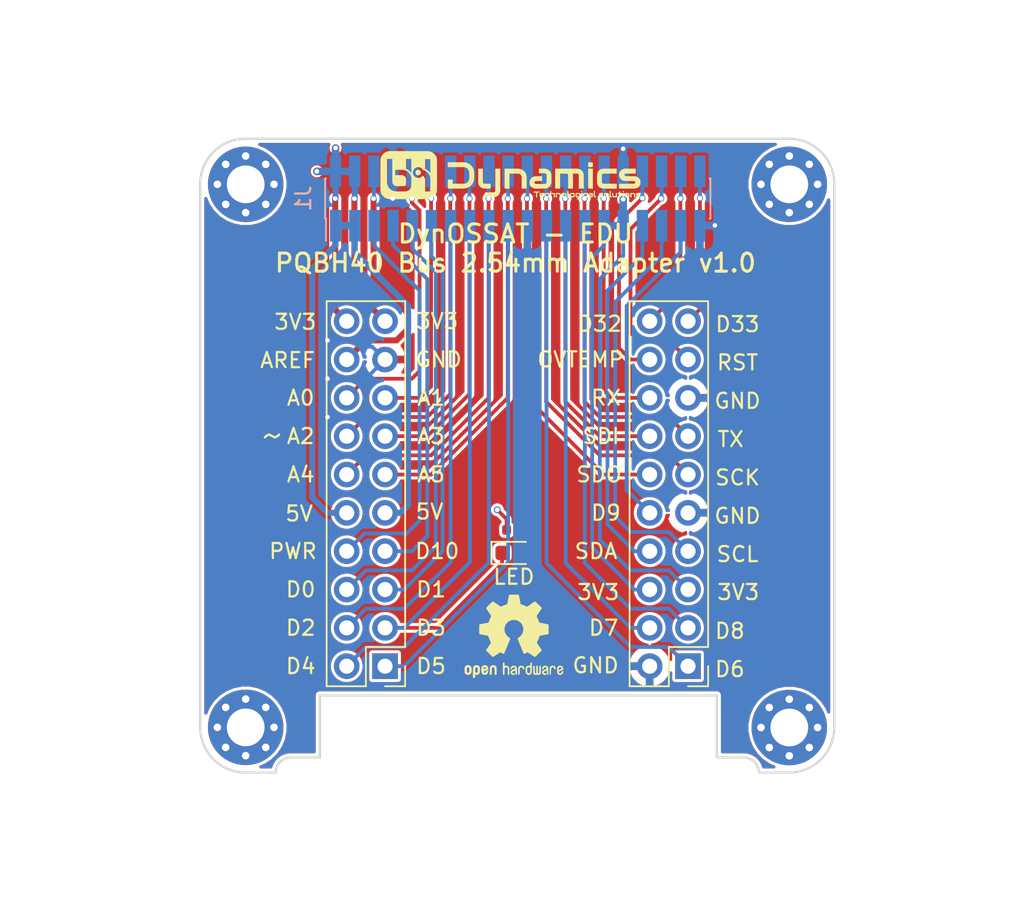
<source format=kicad_pcb>
(kicad_pcb (version 20171130) (host pcbnew "(5.1.6)-1")
  (layers (0 F.Cu signal) (1 In1.Cu signal) (2 In2.Cu signal) (31 B.Cu signal) (34 B.Paste user) (35 F.Paste user) (36 B.SilkS user) (37 F.SilkS user) (38 B.Mask user) (39 F.Mask user) (44 Edge.Cuts user))
  (net 0 "")
  (net 1 /D13)
  (net 2 /AREF)
  (net 3 GND)
  (net 4 /D0)
  (net 5 /A0)
  (net 6 /D1)
  (net 7 /A1)
  (net 8 /D2)
  (net 9 /A2)
  (net 10 /D3)
  (net 11 /A3)
  (net 12 /D4)
  (net 13 /A4)
  (net 14 /D5)
  (net 15 /A5)
  (net 16 /D7)
  (net 17 /SPI_SCK)
  (net 18 /D8)
  (net 19 /D9)
  (net 20 /I2C_SDA)
  (net 21 /OVTEMP)
  (net 22 /I2C_SCL)
  (net 23 /RST)
  (net 24 /D32)
  (net 25 /D33)
  (net 26 /5V)
  (net 27 /3V3)
  (net 28 /D10)
  (net 29 /D6)
  (net 30 /D30_TX)
  (net 31 /D31_RX)
  (net 32 /SPI_SDI)
  (net 33 /SPI_SDO)
  (net 34 "Net-(D1-Pad2)")
  (module Symbol:OSHW-Logo2_7.3x6mm_SilkScreen (layer F.Cu) (at 135.128 114.808)
    (fp_text reference REF** hide)
    (fp_text value OSHW-Logo2_7.3x6mm_SilkScreen hide)
  )
  (module MountingHole:MountingHole_2.5mm_Pad_Via (layer F.Cu) (at 153.366 84.8582)
    (fp_text reference H2 hide)
    (fp_text value MountingHole_Pad)
    (pad 1 thru_hole circle (at 0 0) (size 5 5) (drill 2.5) (layers *.Cu *.Mask))
    (pad 1 thru_hole circle (at 1.875 0) (size 0.8 0.8) (drill 0.5) (layers *.Cu *.Mask))
    (pad 1 thru_hole circle (at 1.325825 1.325825) (size 0.8 0.8) (drill 0.5) (layers *.Cu *.Mask))
    (pad 1 thru_hole circle (at 0 1.875) (size 0.8 0.8) (drill 0.5) (layers *.Cu *.Mask))
    (pad 1 thru_hole circle (at -1.325825 1.325825) (size 0.8 0.8) (drill 0.5) (layers *.Cu *.Mask))
    (pad 1 thru_hole circle (at -1.875 0) (size 0.8 0.8) (drill 0.5) (layers *.Cu *.Mask))
    (pad 1 thru_hole circle (at -1.325825 -1.325825) (size 0.8 0.8) (drill 0.5) (layers *.Cu *.Mask))
    (pad 1 thru_hole circle (at 0 -1.875) (size 0.8 0.8) (drill 0.5) (layers *.Cu *.Mask))
    (pad 1 thru_hole circle (at 1.325825 -1.325825) (size 0.8 0.8) (drill 0.5) (layers *.Cu *.Mask))
  )
  (module MountingHole:MountingHole_2.5mm_Pad_Via (layer F.Cu) (at 153.366 120.8532)
    (fp_text reference H4 hide)
    (fp_text value MountingHole_Pad)
    (pad 1 thru_hole circle (at 0 0) (size 5 5) (drill 2.5) (layers *.Cu *.Mask))
    (pad 1 thru_hole circle (at 1.875 0) (size 0.8 0.8) (drill 0.5) (layers *.Cu *.Mask))
    (pad 1 thru_hole circle (at 1.325825 1.325825) (size 0.8 0.8) (drill 0.5) (layers *.Cu *.Mask))
    (pad 1 thru_hole circle (at 0 1.875) (size 0.8 0.8) (drill 0.5) (layers *.Cu *.Mask))
    (pad 1 thru_hole circle (at -1.325825 1.325825) (size 0.8 0.8) (drill 0.5) (layers *.Cu *.Mask))
    (pad 1 thru_hole circle (at -1.875 0) (size 0.8 0.8) (drill 0.5) (layers *.Cu *.Mask))
    (pad 1 thru_hole circle (at -1.325825 -1.325825) (size 0.8 0.8) (drill 0.5) (layers *.Cu *.Mask))
    (pad 1 thru_hole circle (at 0 -1.875) (size 0.8 0.8) (drill 0.5) (layers *.Cu *.Mask))
    (pad 1 thru_hole circle (at 1.325825 -1.325825) (size 0.8 0.8) (drill 0.5) (layers *.Cu *.Mask))
  )
  (module MountingHole:MountingHole_2.5mm_Pad_Via (layer F.Cu) (at 117.364 120.8432)
    (fp_text reference H3 hide)
    (fp_text value MountingHole_Pad)
    (pad 1 thru_hole circle (at 1.325825 -1.325825) (size 0.8 0.8) (drill 0.5) (layers *.Cu *.Mask))
    (pad 1 thru_hole circle (at 0 -1.875) (size 0.8 0.8) (drill 0.5) (layers *.Cu *.Mask))
    (pad 1 thru_hole circle (at -1.325825 -1.325825) (size 0.8 0.8) (drill 0.5) (layers *.Cu *.Mask))
    (pad 1 thru_hole circle (at -1.875 0) (size 0.8 0.8) (drill 0.5) (layers *.Cu *.Mask))
    (pad 1 thru_hole circle (at -1.325825 1.325825) (size 0.8 0.8) (drill 0.5) (layers *.Cu *.Mask))
    (pad 1 thru_hole circle (at 0 1.875) (size 0.8 0.8) (drill 0.5) (layers *.Cu *.Mask))
    (pad 1 thru_hole circle (at 1.325825 1.325825) (size 0.8 0.8) (drill 0.5) (layers *.Cu *.Mask))
    (pad 1 thru_hole circle (at 1.875 0) (size 0.8 0.8) (drill 0.5) (layers *.Cu *.Mask))
    (pad 1 thru_hole circle (at 0 0) (size 5 5) (drill 2.5) (layers *.Cu *.Mask))
  )
  (module MountingHole:MountingHole_2.5mm_Pad_Via (layer F.Cu) (at 117.364 84.8582)
    (fp_text reference H1 hide)
    (fp_text value MountingHole_Pad)
    (pad 1 thru_hole circle (at 1.325825 -1.325825) (size 0.8 0.8) (drill 0.5) (layers *.Cu *.Mask))
    (pad 1 thru_hole circle (at 0 -1.875) (size 0.8 0.8) (drill 0.5) (layers *.Cu *.Mask))
    (pad 1 thru_hole circle (at -1.325825 -1.325825) (size 0.8 0.8) (drill 0.5) (layers *.Cu *.Mask))
    (pad 1 thru_hole circle (at -1.875 0) (size 0.8 0.8) (drill 0.5) (layers *.Cu *.Mask))
    (pad 1 thru_hole circle (at -1.325825 1.325825) (size 0.8 0.8) (drill 0.5) (layers *.Cu *.Mask))
    (pad 1 thru_hole circle (at 0 1.875) (size 0.8 0.8) (drill 0.5) (layers *.Cu *.Mask))
    (pad 1 thru_hole circle (at 1.325825 1.325825) (size 0.8 0.8) (drill 0.5) (layers *.Cu *.Mask))
    (pad 1 thru_hole circle (at 1.875 0) (size 0.8 0.8) (drill 0.5) (layers *.Cu *.Mask))
    (pad 1 thru_hole circle (at 0 0) (size 5 5) (drill 2.5) (layers *.Cu *.Mask))
  )
  (module DynaSat:Logo_BHDyn (layer F.Cu) (at 134.8994 84.2518)
    (fp_text reference G*** hide)
    (fp_text value LOGO hide)
  )
  (module Connector_PinSocket_1.27mm:PinSocket_2x20_P1.27mm_Vertical_SMD (layer B.Cu) (at 135.382 85.8012 270)
    (fp_text reference J1 (at 0 14.2 270) (layer B.SilkS) (effects (justify mirror)))
    (fp_text value Conn_02x20_Odd_Even)
    (pad 1 smd rect (at 1.8 12.065 270) (size 2.1 0.75) (layers B.Cu B.Paste B.Mask) (net 26 /5V))
    (pad 2 smd rect (at -1.8 12.065 270) (size 2.1 0.75) (layers B.Cu B.Paste B.Mask) (net 27 /3V3))
    (pad 3 smd rect (at 1.8 10.795 270) (size 2.1 0.75) (layers B.Cu B.Paste B.Mask) (net 26 /5V))
    (pad 4 smd rect (at -1.8 10.795 270) (size 2.1 0.75) (layers B.Cu B.Paste B.Mask) (net 27 /3V3))
    (pad 5 smd rect (at 1.8 9.525 270) (size 2.1 0.75) (layers B.Cu B.Paste B.Mask) (net 1 /D13))
    (pad 6 smd rect (at -1.8 9.525 270) (size 2.1 0.75) (layers B.Cu B.Paste B.Mask) (net 2 /AREF))
    (pad 7 smd rect (at 1.8 8.255 270) (size 2.1 0.75) (layers B.Cu B.Paste B.Mask) (net 28 /D10))
    (pad 8 smd rect (at -1.8 8.255 270) (size 2.1 0.75) (layers B.Cu B.Paste B.Mask) (net 3 GND))
    (pad 9 smd rect (at 1.8 6.985 270) (size 2.1 0.75) (layers B.Cu B.Paste B.Mask) (net 4 /D0))
    (pad 10 smd rect (at -1.8 6.985 270) (size 2.1 0.75) (layers B.Cu B.Paste B.Mask) (net 5 /A0))
    (pad 11 smd rect (at 1.8 5.715 270) (size 2.1 0.75) (layers B.Cu B.Paste B.Mask) (net 6 /D1))
    (pad 12 smd rect (at -1.8 5.715 270) (size 2.1 0.75) (layers B.Cu B.Paste B.Mask) (net 7 /A1))
    (pad 13 smd rect (at 1.8 4.445 270) (size 2.1 0.75) (layers B.Cu B.Paste B.Mask) (net 8 /D2))
    (pad 14 smd rect (at -1.8 4.445 270) (size 2.1 0.75) (layers B.Cu B.Paste B.Mask) (net 9 /A2))
    (pad 15 smd rect (at 1.8 3.175 270) (size 2.1 0.75) (layers B.Cu B.Paste B.Mask) (net 10 /D3))
    (pad 16 smd rect (at -1.8 3.175 270) (size 2.1 0.75) (layers B.Cu B.Paste B.Mask) (net 11 /A3))
    (pad 17 smd rect (at 1.8 1.905 270) (size 2.1 0.75) (layers B.Cu B.Paste B.Mask) (net 12 /D4))
    (pad 18 smd rect (at -1.8 1.905 270) (size 2.1 0.75) (layers B.Cu B.Paste B.Mask) (net 13 /A4))
    (pad 19 smd rect (at 1.8 0.635 270) (size 2.1 0.75) (layers B.Cu B.Paste B.Mask) (net 14 /D5))
    (pad 20 smd rect (at -1.8 0.635 270) (size 2.1 0.75) (layers B.Cu B.Paste B.Mask) (net 15 /A5))
    (pad 21 smd rect (at 1.8 -0.635 270) (size 2.1 0.75) (layers B.Cu B.Paste B.Mask) (net 3 GND))
    (pad 22 smd rect (at -1.8 -0.635 270) (size 2.1 0.75) (layers B.Cu B.Paste B.Mask) (net 33 /SPI_SDO))
    (pad 23 smd rect (at 1.8 -1.905 270) (size 2.1 0.75) (layers B.Cu B.Paste B.Mask) (net 29 /D6))
    (pad 24 smd rect (at -1.8 -1.905 270) (size 2.1 0.75) (layers B.Cu B.Paste B.Mask) (net 17 /SPI_SCK))
    (pad 25 smd rect (at 1.8 -3.175 270) (size 2.1 0.75) (layers B.Cu B.Paste B.Mask) (net 16 /D7))
    (pad 26 smd rect (at -1.8 -3.175 270) (size 2.1 0.75) (layers B.Cu B.Paste B.Mask) (net 32 /SPI_SDI))
    (pad 27 smd rect (at 1.8 -4.445 270) (size 2.1 0.75) (layers B.Cu B.Paste B.Mask) (net 18 /D8))
    (pad 28 smd rect (at -1.8 -4.445 270) (size 2.1 0.75) (layers B.Cu B.Paste B.Mask) (net 30 /D30_TX))
    (pad 29 smd rect (at 1.8 -5.715 270) (size 2.1 0.75) (layers B.Cu B.Paste B.Mask) (net 27 /3V3))
    (pad 30 smd rect (at -1.8 -5.715 270) (size 2.1 0.75) (layers B.Cu B.Paste B.Mask) (net 31 /D31_RX))
    (pad 31 smd rect (at 1.8 -6.985 270) (size 2.1 0.75) (layers B.Cu B.Paste B.Mask) (net 27 /3V3))
    (pad 32 smd rect (at -1.8 -6.985 270) (size 2.1 0.75) (layers B.Cu B.Paste B.Mask) (net 3 GND))
    (pad 33 smd rect (at 1.8 -8.255 270) (size 2.1 0.75) (layers B.Cu B.Paste B.Mask) (net 20 /I2C_SDA))
    (pad 34 smd rect (at -1.8 -8.255 270) (size 2.1 0.75) (layers B.Cu B.Paste B.Mask) (net 21 /OVTEMP))
    (pad 35 smd rect (at 1.8 -9.525 270) (size 2.1 0.75) (layers B.Cu B.Paste B.Mask) (net 22 /I2C_SCL))
    (pad 36 smd rect (at -1.8 -9.525 270) (size 2.1 0.75) (layers B.Cu B.Paste B.Mask) (net 23 /RST))
    (pad 37 smd rect (at 1.8 -10.795 270) (size 2.1 0.75) (layers B.Cu B.Paste B.Mask) (net 19 /D9))
    (pad 38 smd rect (at -1.8 -10.795 270) (size 2.1 0.75) (layers B.Cu B.Paste B.Mask) (net 24 /D32))
    (pad 39 smd rect (at 1.8 -12.065 270) (size 2.1 0.75) (layers B.Cu B.Paste B.Mask) (net 3 GND))
    (pad 40 smd rect (at -1.8 -12.065 270) (size 2.1 0.75) (layers B.Cu B.Paste B.Mask) (net 25 /D33))
  )
  (module Connector_PinHeader_2.54mm:PinHeader_2x10_P2.54mm_Vertical (layer F.Cu) (at 126.5936 116.7892 180)
    (fp_text reference J2 hide)
    (fp_text value Conn_02x10_Odd_Even hide)
    (pad 1 thru_hole rect (at 0 0 180) (size 1.7 1.7) (drill 1) (layers *.Cu *.Mask) (net 14 /D5))
    (pad 2 thru_hole oval (at 2.54 0 180) (size 1.7 1.7) (drill 1) (layers *.Cu *.Mask) (net 12 /D4))
    (pad 3 thru_hole oval (at 0 2.54 180) (size 1.7 1.7) (drill 1) (layers *.Cu *.Mask) (net 10 /D3))
    (pad 4 thru_hole oval (at 2.54 2.54 180) (size 1.7 1.7) (drill 1) (layers *.Cu *.Mask) (net 8 /D2))
    (pad 5 thru_hole oval (at 0 5.08 180) (size 1.7 1.7) (drill 1) (layers *.Cu *.Mask) (net 6 /D1))
    (pad 6 thru_hole oval (at 2.54 5.08 180) (size 1.7 1.7) (drill 1) (layers *.Cu *.Mask) (net 4 /D0))
    (pad 7 thru_hole oval (at 0 7.62 180) (size 1.7 1.7) (drill 1) (layers *.Cu *.Mask) (net 28 /D10))
    (pad 8 thru_hole oval (at 2.54 7.62 180) (size 1.7 1.7) (drill 1) (layers *.Cu *.Mask) (net 1 /D13))
    (pad 9 thru_hole oval (at 0 10.16 180) (size 1.7 1.7) (drill 1) (layers *.Cu *.Mask) (net 26 /5V))
    (pad 10 thru_hole oval (at 2.54 10.16 180) (size 1.7 1.7) (drill 1) (layers *.Cu *.Mask) (net 26 /5V))
    (pad 11 thru_hole oval (at 0 12.7 180) (size 1.7 1.7) (drill 1) (layers *.Cu *.Mask) (net 15 /A5))
    (pad 12 thru_hole oval (at 2.54 12.7 180) (size 1.7 1.7) (drill 1) (layers *.Cu *.Mask) (net 13 /A4))
    (pad 13 thru_hole oval (at 0 15.24 180) (size 1.7 1.7) (drill 1) (layers *.Cu *.Mask) (net 11 /A3))
    (pad 14 thru_hole oval (at 2.54 15.24 180) (size 1.7 1.7) (drill 1) (layers *.Cu *.Mask) (net 9 /A2))
    (pad 15 thru_hole oval (at 0 17.78 180) (size 1.7 1.7) (drill 1) (layers *.Cu *.Mask) (net 7 /A1))
    (pad 16 thru_hole oval (at 2.54 17.78 180) (size 1.7 1.7) (drill 1) (layers *.Cu *.Mask) (net 5 /A0))
    (pad 17 thru_hole oval (at 0 20.32 180) (size 1.7 1.7) (drill 1) (layers *.Cu *.Mask) (net 3 GND))
    (pad 18 thru_hole oval (at 2.54 20.32 180) (size 1.7 1.7) (drill 1) (layers *.Cu *.Mask) (net 2 /AREF))
    (pad 19 thru_hole oval (at 0 22.86 180) (size 1.7 1.7) (drill 1) (layers *.Cu *.Mask) (net 27 /3V3))
    (pad 20 thru_hole oval (at 2.54 22.86 180) (size 1.7 1.7) (drill 1) (layers *.Cu *.Mask) (net 27 /3V3))
  )
  (module Connector_PinHeader_2.54mm:PinHeader_2x10_P2.54mm_Vertical (layer F.Cu) (at 146.6596 116.7892 180)
    (fp_text reference J3 hide)
    (fp_text value Conn_02x10_Odd_Even hide)
    (pad 20 thru_hole oval (at 2.54 22.86 180) (size 1.7 1.7) (drill 1) (layers *.Cu *.Mask) (net 24 /D32))
    (pad 19 thru_hole oval (at 0 22.86 180) (size 1.7 1.7) (drill 1) (layers *.Cu *.Mask) (net 25 /D33))
    (pad 18 thru_hole oval (at 2.54 20.32 180) (size 1.7 1.7) (drill 1) (layers *.Cu *.Mask) (net 21 /OVTEMP))
    (pad 17 thru_hole oval (at 0 20.32 180) (size 1.7 1.7) (drill 1) (layers *.Cu *.Mask) (net 23 /RST))
    (pad 16 thru_hole oval (at 2.54 17.78 180) (size 1.7 1.7) (drill 1) (layers *.Cu *.Mask) (net 31 /D31_RX))
    (pad 15 thru_hole oval (at 0 17.78 180) (size 1.7 1.7) (drill 1) (layers *.Cu *.Mask) (net 3 GND))
    (pad 14 thru_hole oval (at 2.54 15.24 180) (size 1.7 1.7) (drill 1) (layers *.Cu *.Mask) (net 32 /SPI_SDI))
    (pad 13 thru_hole oval (at 0 15.24 180) (size 1.7 1.7) (drill 1) (layers *.Cu *.Mask) (net 30 /D30_TX))
    (pad 12 thru_hole oval (at 2.54 12.7 180) (size 1.7 1.7) (drill 1) (layers *.Cu *.Mask) (net 33 /SPI_SDO))
    (pad 11 thru_hole oval (at 0 12.7 180) (size 1.7 1.7) (drill 1) (layers *.Cu *.Mask) (net 17 /SPI_SCK))
    (pad 10 thru_hole oval (at 2.54 10.16 180) (size 1.7 1.7) (drill 1) (layers *.Cu *.Mask) (net 19 /D9))
    (pad 9 thru_hole oval (at 0 10.16 180) (size 1.7 1.7) (drill 1) (layers *.Cu *.Mask) (net 3 GND))
    (pad 8 thru_hole oval (at 2.54 7.62 180) (size 1.7 1.7) (drill 1) (layers *.Cu *.Mask) (net 20 /I2C_SDA))
    (pad 7 thru_hole oval (at 0 7.62 180) (size 1.7 1.7) (drill 1) (layers *.Cu *.Mask) (net 22 /I2C_SCL))
    (pad 6 thru_hole oval (at 2.54 5.08 180) (size 1.7 1.7) (drill 1) (layers *.Cu *.Mask) (net 27 /3V3))
    (pad 5 thru_hole oval (at 0 5.08 180) (size 1.7 1.7) (drill 1) (layers *.Cu *.Mask) (net 27 /3V3))
    (pad 4 thru_hole oval (at 2.54 2.54 180) (size 1.7 1.7) (drill 1) (layers *.Cu *.Mask) (net 16 /D7))
    (pad 3 thru_hole oval (at 0 2.54 180) (size 1.7 1.7) (drill 1) (layers *.Cu *.Mask) (net 18 /D8))
    (pad 2 thru_hole oval (at 2.54 0 180) (size 1.7 1.7) (drill 1) (layers *.Cu *.Mask) (net 3 GND))
    (pad 1 thru_hole rect (at 0 0 180) (size 1.7 1.7) (drill 1) (layers *.Cu *.Mask) (net 29 /D6))
  )
  (module LED_SMD:LED_0603_1608Metric (layer F.Cu) (at 135.128 109.283)
    (fp_text reference D1 hide)
    (fp_text value LED)
    (pad 1 smd roundrect (at -0.7875 0) (size 0.875 0.95) (layers F.Cu F.Paste F.Mask) (net 10 /D3))
    (pad 2 smd roundrect (at 0.7875 0) (size 0.875 0.95) (layers F.Cu F.Paste F.Mask) (net 34 "Net-(D1-Pad2)"))
  )
  (module Resistor_SMD:R_0402_1005Metric (layer F.Cu) (at 135.128 107.759)
    (fp_text reference R1 hide)
    (fp_text value 510R)
    (pad 1 smd roundrect (at -0.485 0) (size 0.59 0.64) (layers F.Cu F.Paste F.Mask) (net 27 /3V3))
    (pad 2 smd roundrect (at 0.485 0) (size 0.59 0.64) (layers F.Cu F.Paste F.Mask) (net 34 "Net-(D1-Pad2)"))
  )
  (gr_text LED (at 135.128 110.871) (layer F.SilkS) (effects (font (size 1 1))))
  (gr_text ~~ (at 119.1514 101.473) (layer F.SilkS) (effects (font (size 2 2))))
  (gr_line (start 122.2756 118.7276) (end 148.5646 118.7276) (layer Edge.Cuts) (width 0.15))
  (gr_line (start 122.2756 118.7276) (end 122.2756 122.8344) (layer Edge.Cuts) (width 0.15))
  (gr_line (start 122.2756 122.8344) (end 120.346255 122.836002) (layer Edge.Cuts) (width 0.15))
  (gr_line (start 148.5646 118.7276) (end 148.5646 122.8344) (layer Edge.Cuts) (width 0.15))
  (gr_line (start 150.348 122.836) (end 148.5646 122.836) (layer Edge.Cuts) (width 0.15))
  (gr_text 3V3 (at 149.987 111.887) (layer F.SilkS) (effects (font (size 1 1))))
  (gr_text 3V3 (at 140.716 111.887) (layer F.SilkS) (effects (font (size 1 1))))
  (gr_text GND (at 140.5382 116.7384) (layer F.SilkS) (effects (font (size 1 1))))
  (gr_text "DynOSSAT - EDU\nPQBH40 Bus 2.54mm Adapter v1.0" (at 135.2296 89.1032) (layer F.SilkS) (effects (font (size 1.2 1.2) (thickness 0.2))))
  (gr_line (start 114.348 84.836) (end 114.348 120.836) (layer Edge.Cuts) (width 0.15))
  (gr_line (start 117.348 123.836) (end 119.348 123.836) (layer Edge.Cuts) (width 0.15))
  (gr_arc (start 117.348 84.836) (end 114.348 84.836) (angle 89.9) (layer Edge.Cuts) (width 0.15))
  (gr_arc (start 150.348 123.836) (end 150.348 122.836) (angle 90) (layer Edge.Cuts) (width 0.15))
  (gr_arc (start 117.348 120.836) (end 117.348 123.836) (angle 90) (layer Edge.Cuts) (width 0.15))
  (gr_arc (start 153.348 84.836) (end 153.348 81.836) (angle 90) (layer Edge.Cuts) (width 0.15))
  (gr_line (start 117.342764 81.836005) (end 153.348 81.836) (layer Edge.Cuts) (width 0.15))
  (gr_line (start 153.348 123.836) (end 151.348 123.836) (layer Edge.Cuts) (width 0.15))
  (gr_arc (start 153.348 120.836) (end 156.348 120.836) (angle 90) (layer Edge.Cuts) (width 0.15))
  (gr_line (start 156.348 84.836) (end 156.348 120.836) (layer Edge.Cuts) (width 0.15))
  (gr_arc (start 120.348 123.836) (end 119.348 123.836) (angle 89.9) (layer Edge.Cuts) (width 0.15))
  (gr_text D4 (at 121.0056 116.7892) (layer F.SilkS) (effects (font (size 1 1))))
  (gr_text D2 (at 121.0056 114.2492) (layer F.SilkS) (effects (font (size 1 1))))
  (gr_text D0 (at 121.0056 111.7092) (layer F.SilkS) (effects (font (size 1 1))))
  (gr_text PWR (at 120.4976 109.1692) (layer F.SilkS) (effects (font (size 1 1))))
  (gr_text 5V (at 120.904 106.68) (layer F.SilkS) (effects (font (size 1 1))))
  (gr_text A4 (at 121.0056 104.0892) (layer F.SilkS) (effects (font (size 1 1))))
  (gr_text A2 (at 121.0056 101.5492) (layer F.SilkS) (effects (font (size 1 1))))
  (gr_text A0 (at 121.0056 99.0092) (layer F.SilkS) (effects (font (size 1 1))))
  (gr_text AREF (at 120.142 96.52) (layer F.SilkS) (effects (font (size 1 1))))
  (gr_text 3V3 (at 120.65 93.98) (layer F.SilkS) (effects (font (size 1 1))))
  (gr_text 3V3 (at 130.048 93.9292) (layer F.SilkS) (effects (font (size 1 1))))
  (gr_text GND (at 130.1496 96.4692) (layer F.SilkS) (effects (font (size 1 1))))
  (gr_text A1 (at 129.6416 99.0092) (layer F.SilkS) (effects (font (size 1 1))))
  (gr_text A3 (at 129.6416 101.5492) (layer F.SilkS) (effects (font (size 1 1))))
  (gr_text A5 (at 129.6416 104.0892) (layer F.SilkS) (effects (font (size 1 1))))
  (gr_text 5V (at 129.54 106.553) (layer F.SilkS) (effects (font (size 1 1))))
  (gr_text D10 (at 130.048 109.1692) (layer F.SilkS) (effects (font (size 1 1))))
  (gr_text D1 (at 129.6416 111.7092) (layer F.SilkS) (effects (font (size 1 1))))
  (gr_text D3 (at 129.6416 114.2492) (layer F.SilkS) (effects (font (size 1 1))))
  (gr_text D5 (at 129.6416 116.7892) (layer F.SilkS) (effects (font (size 1 1))))
  (gr_text D8 (at 149.4282 114.4524) (layer F.SilkS) (effects (font (size 1 1))))
  (gr_text SCL (at 149.9362 109.3724) (layer F.SilkS) (effects (font (size 1 1))))
  (gr_text GND (at 149.9362 106.8324) (layer F.SilkS) (effects (font (size 1 1))))
  (gr_text GND (at 149.9362 99.2124) (layer F.SilkS) (effects (font (size 1 1))))
  (gr_text D6 (at 149.4282 116.9924) (layer F.SilkS) (effects (font (size 1 1))))
  (gr_text D7 (at 141.0716 114.2492) (layer F.SilkS) (effects (font (size 1 1))))
  (gr_text SDA (at 140.5636 109.1692) (layer F.SilkS) (effects (font (size 1 1))))
  (gr_text D9 (at 141.224 106.6292) (layer F.SilkS) (effects (font (size 1 1))))
  (gr_text SDO (at 140.7668 104.0892) (layer F.SilkS) (effects (font (size 1 1))))
  (gr_text SCK (at 149.9362 104.2924) (layer F.SilkS) (effects (font (size 1 1))))
  (gr_text RST (at 149.9362 96.6724) (layer F.SilkS) (effects (font (size 1 1))))
  (gr_text TX (at 149.479 101.7524) (layer F.SilkS) (effects (font (size 1 1))))
  (gr_text SDI (at 140.8938 101.5492) (layer F.SilkS) (effects (font (size 1 1))))
  (gr_text RX (at 141.224 99.0092) (layer F.SilkS) (effects (font (size 1 1))))
  (gr_text D33 (at 149.9362 94.1324) (layer F.SilkS) (effects (font (size 1 1))))
  (gr_text D32 (at 140.8176 94.107) (layer F.SilkS) (effects (font (size 1 1))))
  (gr_text OVTEMP (at 139.5476 96.4692) (layer F.SilkS) (effects (font (size 1 1))))
  (segment (start 125.857 88.9012) (end 128.345 91.3892) (width 0.25) (layer B.Cu) (net 1))
  (segment (start 125.857 87.6012) (end 125.857 88.9012) (width 0.25) (layer B.Cu) (net 1))
  (segment (start 128.345 91.3892) (end 128.3716 91.3892) (width 0.25) (layer B.Cu) (net 1))
  (segment (start 128.3716 91.3892) (end 128.8796 91.8972) (width 0.25) (layer B.Cu) (net 1))
  (segment (start 128.8796 91.8972) (end 128.8796 107.1372) (width 0.25) (layer B.Cu) (net 1))
  (segment (start 124.903599 108.319201) (end 124.0536 109.1692) (width 0.25) (layer B.Cu) (net 1))
  (segment (start 125.228601 107.994199) (end 124.903599 108.319201) (width 0.25) (layer B.Cu) (net 1))
  (segment (start 128.022601 107.994199) (end 125.228601 107.994199) (width 0.25) (layer B.Cu) (net 1))
  (segment (start 128.8796 107.1372) (end 128.022601 107.994199) (width 0.25) (layer B.Cu) (net 1))
  (segment (start 125.857 84.0012) (end 125.857 85.7758) (width 0.25) (layer B.Cu) (net 2))
  (via (at 125.8316 85.8012) (size 0.4) (drill 0.3) (layers F.Cu B.Cu) (net 2))
  (segment (start 125.857 85.7758) (end 125.8316 85.8012) (width 0.25) (layer B.Cu) (net 2))
  (segment (start 125.8316 91.1352) (end 125.8316 85.8012) (width 0.4) (layer F.Cu) (net 2))
  (segment (start 125.3236 95.1992) (end 127.3556 95.1992) (width 0.4) (layer F.Cu) (net 2))
  (segment (start 124.0536 96.4692) (end 125.3236 95.1992) (width 0.4) (layer F.Cu) (net 2))
  (segment (start 127.3556 95.1992) (end 128.1176 94.4372) (width 0.4) (layer F.Cu) (net 2))
  (segment (start 128.1176 94.4372) (end 128.1176 93.4212) (width 0.4) (layer F.Cu) (net 2))
  (segment (start 128.1176 93.4212) (end 125.8316 91.1352) (width 0.4) (layer F.Cu) (net 2))
  (segment (start 136.017 87.7512) (end 136.017 87.751192) (width 0.2) (layer B.Cu) (net 3))
  (via (at 122.7836 95.1992) (size 0.4) (drill 0.3) (layers F.Cu B.Cu) (net 3))
  (via (at 122.7836 97.7392) (size 0.4) (drill 0.3) (layers F.Cu B.Cu) (net 3))
  (via (at 122.7836 100.2792) (size 0.4) (drill 0.3) (layers F.Cu B.Cu) (net 3))
  (via (at 148.4376 87.5792) (size 0.4) (drill 0.3) (layers F.Cu B.Cu) (net 3))
  (segment (start 147.447 87.6012) (end 148.4156 87.6012) (width 0.2) (layer B.Cu) (net 3))
  (segment (start 148.4156 87.6012) (end 148.4376 87.5792) (width 0.2) (layer B.Cu) (net 3))
  (via (at 127.1016 85.8012) (size 0.4) (drill 0.3) (layers F.Cu B.Cu) (net 3))
  (segment (start 127.127 84.0012) (end 127.127 85.7758) (width 0.25) (layer B.Cu) (net 3))
  (segment (start 127.127 85.7758) (end 127.1016 85.8012) (width 0.25) (layer B.Cu) (net 3))
  (segment (start 123.066442 95.1992) (end 122.7836 95.1992) (width 0.25) (layer B.Cu) (net 3))
  (segment (start 124.522602 95.1992) (end 123.066442 95.1992) (width 0.25) (layer B.Cu) (net 3))
  (segment (start 124.942603 95.619201) (end 124.522602 95.1992) (width 0.25) (layer B.Cu) (net 3))
  (segment (start 125.743601 95.619201) (end 124.942603 95.619201) (width 0.25) (layer B.Cu) (net 3))
  (segment (start 126.5936 96.4692) (end 125.743601 95.619201) (width 0.25) (layer B.Cu) (net 3))
  (segment (start 125.3236 97.7392) (end 126.5936 96.4692) (width 0.25) (layer B.Cu) (net 3))
  (segment (start 122.7836 97.7392) (end 125.3236 97.7392) (width 0.25) (layer B.Cu) (net 3))
  (via (at 142.367 82.4992) (size 0.4) (drill 0.3) (layers F.Cu B.Cu) (net 3))
  (segment (start 142.367 84.0012) (end 142.367 82.4992) (width 0.2) (layer B.Cu) (net 3))
  (segment (start 136.017 88.9012) (end 136.017 87.6012) (width 0.25) (layer B.Cu) (net 3))
  (segment (start 136.017 109.922641) (end 136.017 88.9012) (width 0.25) (layer B.Cu) (net 3))
  (segment (start 144.1196 116.7892) (end 142.883559 116.7892) (width 0.25) (layer B.Cu) (net 3))
  (segment (start 142.883559 116.7892) (end 136.017 109.922641) (width 0.25) (layer B.Cu) (net 3))
  (segment (start 128.397 89.1286) (end 128.397 87.6012) (width 0.25) (layer B.Cu) (net 4))
  (segment (start 125.3236 110.4392) (end 128.3716 110.4392) (width 0.25) (layer B.Cu) (net 4))
  (segment (start 124.0536 111.7092) (end 125.3236 110.4392) (width 0.25) (layer B.Cu) (net 4))
  (segment (start 128.3716 110.4392) (end 129.95359 108.85721) (width 0.25) (layer B.Cu) (net 4))
  (segment (start 129.95359 90.68519) (end 128.397 89.1286) (width 0.25) (layer B.Cu) (net 4))
  (segment (start 129.95359 108.85721) (end 129.95359 90.68519) (width 0.25) (layer B.Cu) (net 4))
  (via (at 128.3716 85.8012) (size 0.4) (drill 0.3) (layers F.Cu B.Cu) (net 5))
  (segment (start 128.397 84.0012) (end 128.397 85.7758) (width 0.25) (layer B.Cu) (net 5))
  (segment (start 128.397 85.7758) (end 128.3716 85.8012) (width 0.25) (layer B.Cu) (net 5))
  (segment (start 125.3236 97.7392) (end 128.3716 97.7392) (width 0.25) (layer F.Cu) (net 5))
  (segment (start 128.3716 86.084042) (end 128.3716 85.8012) (width 0.25) (layer F.Cu) (net 5))
  (segment (start 124.0536 99.0092) (end 125.3236 97.7392) (width 0.25) (layer F.Cu) (net 5))
  (segment (start 128.8796 86.592042) (end 128.3716 86.084042) (width 0.25) (layer F.Cu) (net 5))
  (segment (start 128.3716 97.7392) (end 128.8796 97.2312) (width 0.25) (layer F.Cu) (net 5))
  (segment (start 128.8796 97.2312) (end 128.8796 86.592042) (width 0.25) (layer F.Cu) (net 5))
  (segment (start 129.667 89.6366) (end 129.667 87.6012) (width 0.25) (layer B.Cu) (net 6))
  (segment (start 130.4036 90.3732) (end 129.667 89.6366) (width 0.25) (layer B.Cu) (net 6))
  (segment (start 130.4036 109.1692) (end 130.4036 90.3732) (width 0.25) (layer B.Cu) (net 6))
  (segment (start 126.5936 111.7092) (end 127.8636 111.7092) (width 0.25) (layer B.Cu) (net 6))
  (segment (start 127.8636 111.7092) (end 130.4036 109.1692) (width 0.25) (layer B.Cu) (net 6))
  (via (at 129.6416 85.8012) (size 0.4) (drill 0.3) (layers F.Cu B.Cu) (net 7))
  (segment (start 129.6416 84.0266) (end 129.667 84.0012) (width 0.25) (layer B.Cu) (net 7))
  (segment (start 129.6416 85.8012) (end 129.6416 84.0266) (width 0.25) (layer B.Cu) (net 7))
  (segment (start 129.6416 98.2472) (end 129.6416 85.8012) (width 0.25) (layer F.Cu) (net 7))
  (segment (start 126.5936 99.0092) (end 128.8796 99.0092) (width 0.25) (layer F.Cu) (net 7))
  (segment (start 128.8796 99.0092) (end 129.6416 98.2472) (width 0.25) (layer F.Cu) (net 7))
  (segment (start 125.3236 112.9792) (end 124.0536 114.2492) (width 0.25) (layer B.Cu) (net 8))
  (segment (start 127.8636 112.9792) (end 125.3236 112.9792) (width 0.25) (layer B.Cu) (net 8))
  (segment (start 130.937 87.6012) (end 130.937 109.9058) (width 0.25) (layer B.Cu) (net 8))
  (segment (start 130.937 109.9058) (end 127.8636 112.9792) (width 0.25) (layer B.Cu) (net 8))
  (via (at 130.9116 85.8012) (size 0.4) (drill 0.3) (layers F.Cu B.Cu) (net 9))
  (segment (start 130.937 84.0012) (end 130.937 85.7758) (width 0.25) (layer B.Cu) (net 9))
  (segment (start 130.937 85.7758) (end 130.9116 85.8012) (width 0.25) (layer B.Cu) (net 9))
  (segment (start 125.3236 100.2792) (end 124.903599 100.699201) (width 0.25) (layer F.Cu) (net 9))
  (segment (start 129.3876 100.2792) (end 125.3236 100.2792) (width 0.25) (layer F.Cu) (net 9))
  (segment (start 124.903599 100.699201) (end 124.0536 101.5492) (width 0.25) (layer F.Cu) (net 9))
  (segment (start 130.9116 85.8012) (end 130.9116 98.7552) (width 0.25) (layer F.Cu) (net 9))
  (segment (start 130.9116 98.7552) (end 129.3876 100.2792) (width 0.25) (layer F.Cu) (net 9))
  (segment (start 132.207 109.9058) (end 132.207 87.6012) (width 0.25) (layer B.Cu) (net 10))
  (segment (start 126.5936 114.2492) (end 127.8636 114.2492) (width 0.25) (layer B.Cu) (net 10))
  (segment (start 127.8636 114.2492) (end 132.207 109.9058) (width 0.25) (layer B.Cu) (net 10))
  (segment (start 134.2267 109.1692) (end 134.3405 109.283) (width 0.25) (layer F.Cu) (net 10))
  (segment (start 134.3405 110.0075) (end 134.3405 109.283) (width 0.25) (layer F.Cu) (net 10))
  (segment (start 126.5936 114.2492) (end 130.0988 114.2492) (width 0.25) (layer F.Cu) (net 10))
  (segment (start 130.0988 114.2492) (end 134.3405 110.0075) (width 0.25) (layer F.Cu) (net 10))
  (segment (start 126.5936 101.5492) (end 129.3876 101.5492) (width 0.25) (layer F.Cu) (net 11))
  (via (at 132.1816 85.8012) (size 0.4) (drill 0.3) (layers F.Cu B.Cu) (net 11))
  (segment (start 129.3876 101.5492) (end 132.1816 98.7552) (width 0.25) (layer F.Cu) (net 11))
  (segment (start 132.1816 98.7552) (end 132.1816 85.8012) (width 0.25) (layer F.Cu) (net 11))
  (segment (start 132.1816 84.0266) (end 132.207 84.0012) (width 0.25) (layer B.Cu) (net 11))
  (segment (start 132.1816 85.8012) (end 132.1816 84.0266) (width 0.25) (layer B.Cu) (net 11))
  (segment (start 127.8636 115.5192) (end 133.477 109.9058) (width 0.25) (layer B.Cu) (net 12))
  (segment (start 124.0536 116.7892) (end 125.3236 115.5192) (width 0.25) (layer B.Cu) (net 12))
  (segment (start 133.477 109.9058) (end 133.477 87.6012) (width 0.25) (layer B.Cu) (net 12))
  (segment (start 125.3236 115.5192) (end 127.8636 115.5192) (width 0.25) (layer B.Cu) (net 12))
  (via (at 133.4516 85.8012) (size 0.4) (drill 0.3) (layers F.Cu B.Cu) (net 13))
  (segment (start 133.4516 84.0266) (end 133.477 84.0012) (width 0.25) (layer B.Cu) (net 13))
  (segment (start 133.4516 85.8012) (end 133.4516 84.0266) (width 0.25) (layer B.Cu) (net 13))
  (segment (start 133.4516 99.0092) (end 133.4516 85.8012) (width 0.25) (layer F.Cu) (net 13))
  (segment (start 129.6416 102.8192) (end 133.4516 99.0092) (width 0.25) (layer F.Cu) (net 13))
  (segment (start 124.0536 104.0892) (end 125.3236 102.8192) (width 0.25) (layer F.Cu) (net 13))
  (segment (start 125.3236 102.8192) (end 129.6416 102.8192) (width 0.25) (layer F.Cu) (net 13))
  (segment (start 134.747 87.6012) (end 134.747 87.7512) (width 0.2) (layer B.Cu) (net 14))
  (segment (start 134.747 87.6012) (end 134.747 109.9058) (width 0.25) (layer B.Cu) (net 14))
  (segment (start 127.8636 116.7892) (end 126.5936 116.7892) (width 0.25) (layer B.Cu) (net 14))
  (segment (start 134.747 109.9058) (end 127.8636 116.7892) (width 0.25) (layer B.Cu) (net 14))
  (via (at 134.7216 85.8012) (size 0.4) (drill 0.3) (layers F.Cu B.Cu) (net 15))
  (segment (start 134.747 84.0012) (end 134.747 85.7758) (width 0.25) (layer B.Cu) (net 15))
  (segment (start 134.747 85.7758) (end 134.7216 85.8012) (width 0.25) (layer B.Cu) (net 15))
  (segment (start 134.7216 85.8012) (end 134.7216 99.0092) (width 0.25) (layer F.Cu) (net 15))
  (segment (start 129.6416 104.0892) (end 126.5936 104.0892) (width 0.25) (layer F.Cu) (net 15))
  (segment (start 134.7216 99.0092) (end 129.6416 104.0892) (width 0.25) (layer F.Cu) (net 15))
  (via (at 135.9916 85.8012) (size 0.4) (drill 0.3) (layers F.Cu B.Cu) (net 33))
  (segment (start 136.017 84.0012) (end 136.017 85.7758) (width 0.25) (layer B.Cu) (net 33))
  (segment (start 136.017 85.7758) (end 135.9916 85.8012) (width 0.25) (layer B.Cu) (net 33))
  (segment (start 135.9916 85.8012) (end 135.9916 99.0092) (width 0.25) (layer F.Cu) (net 33))
  (segment (start 141.0716 104.0892) (end 144.1196 104.0892) (width 0.25) (layer F.Cu) (net 33))
  (segment (start 135.9916 99.0092) (end 141.0716 104.0892) (width 0.25) (layer F.Cu) (net 33))
  (segment (start 142.8496 114.2492) (end 144.1196 114.2492) (width 0.25) (layer B.Cu) (net 16))
  (segment (start 138.557 87.6012) (end 138.557 109.9566) (width 0.25) (layer B.Cu) (net 16))
  (segment (start 138.557 109.9566) (end 142.8496 114.2492) (width 0.25) (layer B.Cu) (net 16))
  (via (at 137.2616 85.8012) (size 0.4) (drill 0.3) (layers F.Cu B.Cu) (net 17))
  (segment (start 137.287 84.0012) (end 137.287 85.7758) (width 0.25) (layer B.Cu) (net 17))
  (segment (start 137.287 85.7758) (end 137.2616 85.8012) (width 0.25) (layer B.Cu) (net 17))
  (segment (start 137.2616 99.2632) (end 137.2616 85.8012) (width 0.25) (layer F.Cu) (net 17))
  (segment (start 140.8176 102.8192) (end 137.2616 99.2632) (width 0.25) (layer F.Cu) (net 17))
  (segment (start 146.6596 104.0892) (end 145.3896 102.8192) (width 0.25) (layer F.Cu) (net 17))
  (segment (start 145.3896 102.8192) (end 140.8176 102.8192) (width 0.25) (layer F.Cu) (net 17))
  (segment (start 145.809601 113.399201) (end 146.6596 114.2492) (width 0.25) (layer B.Cu) (net 18))
  (segment (start 145.3896 112.9792) (end 145.809601 113.399201) (width 0.25) (layer B.Cu) (net 18))
  (segment (start 142.8496 112.9792) (end 145.3896 112.9792) (width 0.25) (layer B.Cu) (net 18))
  (segment (start 139.827 87.6012) (end 139.827 109.9566) (width 0.25) (layer B.Cu) (net 18))
  (segment (start 139.827 109.9566) (end 142.8496 112.9792) (width 0.25) (layer B.Cu) (net 18))
  (segment (start 138.557 84.0012) (end 138.557 85.7758) (width 0.25) (layer B.Cu) (net 32))
  (via (at 138.5316 85.8012) (size 0.4) (drill 0.3) (layers F.Cu B.Cu) (net 32))
  (segment (start 138.557 85.7758) (end 138.5316 85.8012) (width 0.25) (layer B.Cu) (net 32))
  (segment (start 140.8176 101.5492) (end 144.1196 101.5492) (width 0.25) (layer F.Cu) (net 32))
  (segment (start 138.5316 85.8012) (end 138.5316 99.2632) (width 0.25) (layer F.Cu) (net 32))
  (segment (start 138.5316 99.2632) (end 140.8176 101.5492) (width 0.25) (layer F.Cu) (net 32))
  (segment (start 142.5956 92.9132) (end 146.177 89.3318) (width 0.25) (layer B.Cu) (net 19))
  (segment (start 144.1196 106.6292) (end 142.5956 105.1052) (width 0.25) (layer B.Cu) (net 19))
  (segment (start 146.177 89.3318) (end 146.177 87.6012) (width 0.25) (layer B.Cu) (net 19))
  (segment (start 142.5956 105.1052) (end 142.5956 92.9132) (width 0.25) (layer B.Cu) (net 19))
  (segment (start 143.637 87.6012) (end 143.637 87.7512) (width 0.5) (layer B.Cu) (net 20))
  (segment (start 141.3256 107.3912) (end 143.1036 109.1692) (width 0.25) (layer B.Cu) (net 20))
  (segment (start 141.3256 91.8972) (end 141.3256 107.3912) (width 0.25) (layer B.Cu) (net 20))
  (segment (start 143.637 87.6012) (end 143.637 89.5858) (width 0.25) (layer B.Cu) (net 20))
  (segment (start 143.1036 109.1692) (end 144.1196 109.1692) (width 0.25) (layer B.Cu) (net 20))
  (segment (start 143.637 89.5858) (end 141.3256 91.8972) (width 0.25) (layer B.Cu) (net 20))
  (segment (start 143.637 84.0012) (end 143.637 85.7758) (width 0.25) (layer B.Cu) (net 21))
  (via (at 143.637 85.7758) (size 0.4) (drill 0.3) (layers F.Cu B.Cu) (net 21))
  (segment (start 142.8496 96.4692) (end 144.1196 96.4692) (width 0.25) (layer F.Cu) (net 21))
  (segment (start 142.0876 95.7072) (end 142.8496 96.4692) (width 0.25) (layer F.Cu) (net 21))
  (segment (start 143.637 85.7758) (end 142.0876 87.3252) (width 0.25) (layer F.Cu) (net 21))
  (segment (start 142.0876 87.3252) (end 142.0876 95.7072) (width 0.25) (layer F.Cu) (net 21))
  (segment (start 141.8336 106.8662) (end 141.8506 106.8832) (width 0.25) (layer B.Cu) (net 22))
  (segment (start 141.8336 92.6592) (end 141.8336 106.8662) (width 0.25) (layer B.Cu) (net 22))
  (segment (start 144.907 87.6012) (end 144.907 89.5858) (width 0.25) (layer B.Cu) (net 22))
  (segment (start 144.907 89.5858) (end 141.8336 92.6592) (width 0.25) (layer B.Cu) (net 22))
  (segment (start 142.8666 107.8992) (end 141.8506 106.8832) (width 0.25) (layer B.Cu) (net 22))
  (segment (start 146.6596 109.1692) (end 145.3896 107.8992) (width 0.25) (layer B.Cu) (net 22))
  (segment (start 145.3896 107.8992) (end 142.8666 107.8992) (width 0.25) (layer B.Cu) (net 22))
  (via (at 144.8816 85.8012) (size 0.4) (drill 0.3) (layers F.Cu B.Cu) (net 23))
  (segment (start 144.907 84.0012) (end 144.907 85.7758) (width 0.25) (layer B.Cu) (net 23))
  (segment (start 144.907 85.7758) (end 144.8816 85.8012) (width 0.25) (layer B.Cu) (net 23))
  (segment (start 145.809601 95.619201) (end 146.6596 96.4692) (width 0.25) (layer F.Cu) (net 23))
  (segment (start 142.8496 87.8332) (end 142.8496 94.6912) (width 0.25) (layer F.Cu) (net 23))
  (segment (start 144.8816 85.8012) (end 142.8496 87.8332) (width 0.25) (layer F.Cu) (net 23))
  (segment (start 142.8496 94.6912) (end 143.3576 95.1992) (width 0.25) (layer F.Cu) (net 23))
  (segment (start 145.3896 95.1992) (end 145.809601 95.619201) (width 0.25) (layer F.Cu) (net 23))
  (segment (start 143.3576 95.1992) (end 145.3896 95.1992) (width 0.25) (layer F.Cu) (net 23))
  (via (at 146.1516 85.8012) (size 0.4) (drill 0.3) (layers F.Cu B.Cu) (net 24))
  (segment (start 146.177 84.0012) (end 146.177 85.7758) (width 0.25) (layer B.Cu) (net 24))
  (segment (start 146.177 85.7758) (end 146.1516 85.8012) (width 0.25) (layer B.Cu) (net 24))
  (segment (start 146.1516 91.8972) (end 144.1196 93.9292) (width 0.25) (layer F.Cu) (net 24))
  (segment (start 146.1516 85.8012) (end 146.1516 91.8972) (width 0.25) (layer F.Cu) (net 24))
  (segment (start 147.447 84.0012) (end 147.447 85.7758) (width 0.25) (layer B.Cu) (net 25))
  (via (at 147.447 85.7758) (size 0.4) (drill 0.3) (layers F.Cu B.Cu) (net 25))
  (segment (start 147.447 93.1418) (end 146.6596 93.9292) (width 0.25) (layer F.Cu) (net 25))
  (segment (start 147.447 85.7758) (end 147.447 93.1418) (width 0.25) (layer F.Cu) (net 25))
  (segment (start 121.7676 105.6132) (end 122.7836 106.6292) (width 0.4) (layer B.Cu) (net 26))
  (segment (start 122.7836 106.6292) (end 124.0536 106.6292) (width 0.4) (layer B.Cu) (net 26))
  (segment (start 121.7676 90.4506) (end 121.7676 105.6132) (width 0.4) (layer B.Cu) (net 26))
  (segment (start 123.317 87.6012) (end 123.317 88.9012) (width 0.4) (layer B.Cu) (net 26))
  (segment (start 123.317 88.9012) (end 121.7676 90.4506) (width 0.4) (layer B.Cu) (net 26))
  (segment (start 124.587 88.9012) (end 124.587 87.6012) (width 0.4) (layer B.Cu) (net 26))
  (segment (start 127.6096 106.6292) (end 128.1176 106.1212) (width 0.4) (layer B.Cu) (net 26))
  (segment (start 126.5936 106.6292) (end 127.6096 106.6292) (width 0.4) (layer B.Cu) (net 26))
  (segment (start 128.1176 92.9132) (end 124.587 89.3826) (width 0.4) (layer B.Cu) (net 26))
  (segment (start 128.1176 106.1212) (end 128.1176 92.9132) (width 0.4) (layer B.Cu) (net 26))
  (segment (start 124.587 89.3826) (end 124.587 88.9012) (width 0.4) (layer B.Cu) (net 26))
  (segment (start 123.317 87.6012) (end 124.587 87.6012) (width 0.5) (layer B.Cu) (net 26))
  (via (at 123.2916 85.8012) (size 0.4) (drill 0.3) (layers F.Cu B.Cu) (net 27))
  (segment (start 123.317 84.0012) (end 123.317 85.7758) (width 0.4) (layer B.Cu) (net 27))
  (segment (start 123.317 85.7758) (end 123.2916 85.8012) (width 0.25) (layer B.Cu) (net 27))
  (segment (start 123.2916 93.1672) (end 124.0536 93.9292) (width 0.4) (layer F.Cu) (net 27))
  (segment (start 123.2916 85.8012) (end 123.2916 93.1672) (width 0.4) (layer F.Cu) (net 27))
  (segment (start 140.3096 108.9152) (end 143.1036 111.7092) (width 0.25) (layer B.Cu) (net 27))
  (segment (start 141.097 87.6012) (end 141.097 88.9012) (width 0.25) (layer B.Cu) (net 27))
  (segment (start 143.1036 111.7092) (end 144.1196 111.7092) (width 0.25) (layer B.Cu) (net 27))
  (segment (start 141.097 88.9012) (end 140.3096 89.6886) (width 0.25) (layer B.Cu) (net 27))
  (segment (start 140.3096 89.6886) (end 140.3096 108.9152) (width 0.25) (layer B.Cu) (net 27))
  (segment (start 145.809601 110.859201) (end 146.6596 111.7092) (width 0.25) (layer B.Cu) (net 27))
  (segment (start 145.3896 110.4392) (end 145.809601 110.859201) (width 0.25) (layer B.Cu) (net 27))
  (segment (start 142.367 89.5858) (end 140.8176 91.1352) (width 0.25) (layer B.Cu) (net 27))
  (segment (start 142.367 87.6012) (end 142.367 89.5858) (width 0.25) (layer B.Cu) (net 27))
  (segment (start 140.8176 91.1352) (end 140.8176 108.4072) (width 0.25) (layer B.Cu) (net 27))
  (segment (start 142.8496 110.4392) (end 145.3896 110.4392) (width 0.25) (layer B.Cu) (net 27))
  (segment (start 140.8176 108.4072) (end 142.8496 110.4392) (width 0.25) (layer B.Cu) (net 27))
  (segment (start 141.097 87.6012) (end 142.367 87.6012) (width 0.5) (layer B.Cu) (net 27))
  (via (at 142.367 85.852) (size 0.4) (drill 0.3) (layers F.Cu B.Cu) (net 27))
  (segment (start 142.367 87.6012) (end 142.367 85.852) (width 0.5) (layer B.Cu) (net 27))
  (via (at 122.0724 83.9978) (size 0.4) (drill 0.3) (layers F.Cu B.Cu) (net 27))
  (segment (start 123.317 84.0012) (end 122.0758 84.0012) (width 0.5) (layer B.Cu) (net 27))
  (segment (start 122.0758 84.0012) (end 122.0724 83.9978) (width 0.5) (layer B.Cu) (net 27))
  (via (at 123.317 82.4484) (size 0.4) (drill 0.3) (layers F.Cu B.Cu) (net 27))
  (segment (start 123.317 84.0012) (end 123.317 82.4484) (width 0.5) (layer B.Cu) (net 27))
  (via (at 124.5616 85.8012) (size 0.4) (drill 0.3) (layers F.Cu B.Cu) (net 27))
  (segment (start 124.587 85.7758) (end 124.5616 85.8012) (width 0.25) (layer B.Cu) (net 27))
  (segment (start 124.5616 91.8972) (end 126.5936 93.9292) (width 0.4) (layer F.Cu) (net 27))
  (segment (start 124.5616 85.8012) (end 124.5616 91.8972) (width 0.4) (layer F.Cu) (net 27))
  (segment (start 124.587 84.0012) (end 124.587 85.7758) (width 0.4) (layer B.Cu) (net 27))
  (via (at 134.027 106.426) (size 0.45) (drill 0.3) (layers F.Cu B.Cu) (net 27))
  (segment (start 134.643 107.759) (end 134.643 107.042) (width 0.25) (layer F.Cu) (net 27))
  (segment (start 134.643 107.042) (end 134.027 106.426) (width 0.25) (layer F.Cu) (net 27))
  (segment (start 123.317 84.0012) (end 124.587 84.0012) (width 0.5) (layer B.Cu) (net 27))
  (segment (start 129.3876 91.1352) (end 127.127 88.8746) (width 0.25) (layer B.Cu) (net 28))
  (segment (start 129.3876 108.1532) (end 129.3876 91.1352) (width 0.25) (layer B.Cu) (net 28))
  (segment (start 126.5936 109.1692) (end 128.3716 109.1692) (width 0.25) (layer B.Cu) (net 28))
  (segment (start 127.127 88.8746) (end 127.127 87.6012) (width 0.25) (layer B.Cu) (net 28))
  (segment (start 128.3716 109.1692) (end 129.3876 108.1532) (width 0.25) (layer B.Cu) (net 28))
  (segment (start 146.6596 116.7892) (end 145.3896 115.5192) (width 0.25) (layer B.Cu) (net 29))
  (segment (start 137.287 109.9566) (end 137.287 87.6012) (width 0.25) (layer B.Cu) (net 29))
  (segment (start 142.8496 115.5192) (end 137.287 109.9566) (width 0.25) (layer B.Cu) (net 29))
  (segment (start 145.3896 115.5192) (end 142.8496 115.5192) (width 0.25) (layer B.Cu) (net 29))
  (via (at 139.8016 85.8012) (size 0.4) (drill 0.3) (layers F.Cu B.Cu) (net 30))
  (segment (start 139.827 84.0012) (end 139.827 85.7758) (width 0.25) (layer B.Cu) (net 30))
  (segment (start 139.827 85.7758) (end 139.8016 85.8012) (width 0.25) (layer B.Cu) (net 30))
  (segment (start 145.809601 100.699201) (end 146.6596 101.5492) (width 0.25) (layer F.Cu) (net 30))
  (segment (start 140.8176 100.2792) (end 145.3896 100.2792) (width 0.25) (layer F.Cu) (net 30))
  (segment (start 145.3896 100.2792) (end 145.809601 100.699201) (width 0.25) (layer F.Cu) (net 30))
  (segment (start 139.8016 85.8012) (end 139.8016 99.2632) (width 0.25) (layer F.Cu) (net 30))
  (segment (start 139.8016 99.2632) (end 140.8176 100.2792) (width 0.25) (layer F.Cu) (net 30))
  (segment (start 141.097 84.0012) (end 141.097 85.7758) (width 0.25) (layer B.Cu) (net 31))
  (via (at 141.0716 85.8012) (size 0.4) (drill 0.3) (layers F.Cu B.Cu) (net 31))
  (segment (start 141.097 85.7758) (end 141.0716 85.8012) (width 0.25) (layer B.Cu) (net 31))
  (segment (start 141.5796 99.0092) (end 144.1196 99.0092) (width 0.25) (layer F.Cu) (net 31))
  (segment (start 141.0716 85.8012) (end 141.0716 98.5012) (width 0.25) (layer F.Cu) (net 31))
  (segment (start 141.0716 98.5012) (end 141.5796 99.0092) (width 0.25) (layer F.Cu) (net 31))
  (segment (start 135.763 109.1305) (end 135.9155 109.283) (width 0.25) (layer F.Cu) (net 34))
  (segment (start 135.613 107.759) (end 135.763 107.909) (width 0.25) (layer F.Cu) (net 34))
  (segment (start 135.763 107.909) (end 135.763 109.1305) (width 0.25) (layer F.Cu) (net 34))
  (zone (net 3) (net_name GND) (layer F.Cu) (connect_pads (clearance 0.2)) (min_thickness 0.2) (fill yes (arc_segments 32) (thermal_gap 0.508) (thermal_bridge_width 0.508) (smoothing chamfer))
    (polygon (pts (xy 168.91 133.35) (xy 101.092 133.35) (xy 101.092 72.644) (xy 168.91 72.644)))
  )
  (zone (net 3) (net_name GND) (layer B.Cu) (connect_pads (clearance 0.2)) (min_thickness 0.2) (fill yes (arc_segments 32) (thermal_gap 0.508) (thermal_bridge_width 0.508) (smoothing chamfer))
    (polygon (pts (xy 168.91 133.35) (xy 101.092 133.35) (xy 101.092 72.644) (xy 168.91 72.644)))
  )
)
</source>
